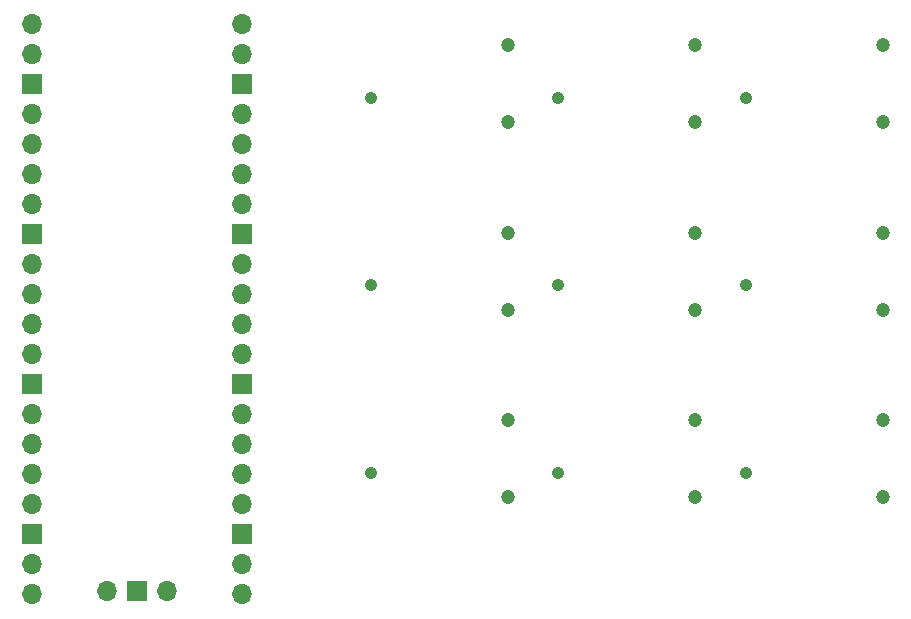
<source format=gbr>
%TF.GenerationSoftware,KiCad,Pcbnew,8.0.7*%
%TF.CreationDate,2025-01-01T06:24:58-05:00*%
%TF.ProjectId,kicad_macropad,6b696361-645f-46d6-9163-726f7061642e,rev?*%
%TF.SameCoordinates,Original*%
%TF.FileFunction,Soldermask,Bot*%
%TF.FilePolarity,Negative*%
%FSLAX46Y46*%
G04 Gerber Fmt 4.6, Leading zero omitted, Abs format (unit mm)*
G04 Created by KiCad (PCBNEW 8.0.7) date 2025-01-01 06:24:58*
%MOMM*%
%LPD*%
G01*
G04 APERTURE LIST*
%ADD10C,1.050000*%
%ADD11C,1.200000*%
%ADD12O,1.700000X1.700000*%
%ADD13R,1.700000X1.700000*%
G04 APERTURE END LIST*
D10*
%TO.C,S9*%
X141660000Y-132175000D03*
D11*
X153260000Y-127715000D03*
X153260000Y-134235000D03*
%TD*%
D10*
%TO.C,S8*%
X125780000Y-132175000D03*
D11*
X137380000Y-127715000D03*
X137380000Y-134235000D03*
%TD*%
D10*
%TO.C,S1*%
X109900000Y-100415000D03*
D11*
X121500000Y-95955000D03*
X121500000Y-102475000D03*
%TD*%
D10*
%TO.C,S6*%
X141660000Y-116295000D03*
D11*
X153260000Y-111835000D03*
X153260000Y-118355000D03*
%TD*%
D10*
%TO.C,S3*%
X141660000Y-100415000D03*
D11*
X153260000Y-95955000D03*
X153260000Y-102475000D03*
%TD*%
D10*
%TO.C,S5*%
X125780000Y-116295000D03*
D11*
X137380000Y-111835000D03*
X137380000Y-118355000D03*
%TD*%
D10*
%TO.C,S4*%
X109900000Y-116295000D03*
D11*
X121500000Y-111835000D03*
X121500000Y-118355000D03*
%TD*%
D12*
%TO.C,U1*%
X81210000Y-94185000D03*
X81210000Y-96725000D03*
D13*
X81210000Y-99265000D03*
D12*
X81210000Y-101805000D03*
X81210000Y-104345000D03*
X81210000Y-106885000D03*
X81210000Y-109425000D03*
D13*
X81210000Y-111965000D03*
D12*
X81210000Y-114505000D03*
X81210000Y-117045000D03*
X81210000Y-119585000D03*
X81210000Y-122125000D03*
D13*
X81210000Y-124665000D03*
D12*
X81210000Y-127205000D03*
X81210000Y-129745000D03*
X81210000Y-132285000D03*
X81210000Y-134825000D03*
D13*
X81210000Y-137365000D03*
D12*
X81210000Y-139905000D03*
X81210000Y-142445000D03*
X98990000Y-142445000D03*
X98990000Y-139905000D03*
D13*
X98990000Y-137365000D03*
D12*
X98990000Y-134825000D03*
X98990000Y-132285000D03*
X98990000Y-129745000D03*
X98990000Y-127205000D03*
D13*
X98990000Y-124665000D03*
D12*
X98990000Y-122125000D03*
X98990000Y-119585000D03*
X98990000Y-117045000D03*
X98990000Y-114505000D03*
D13*
X98990000Y-111965000D03*
D12*
X98990000Y-109425000D03*
X98990000Y-106885000D03*
X98990000Y-104345000D03*
X98990000Y-101805000D03*
D13*
X98990000Y-99265000D03*
D12*
X98990000Y-96725000D03*
X98990000Y-94185000D03*
X87560000Y-142215000D03*
D13*
X90100000Y-142215000D03*
D12*
X92640000Y-142215000D03*
%TD*%
D10*
%TO.C,S7*%
X109900000Y-132175000D03*
D11*
X121500000Y-127715000D03*
X121500000Y-134235000D03*
%TD*%
D10*
%TO.C,S2*%
X125780000Y-100415000D03*
D11*
X137380000Y-95955000D03*
X137380000Y-102475000D03*
%TD*%
M02*

</source>
